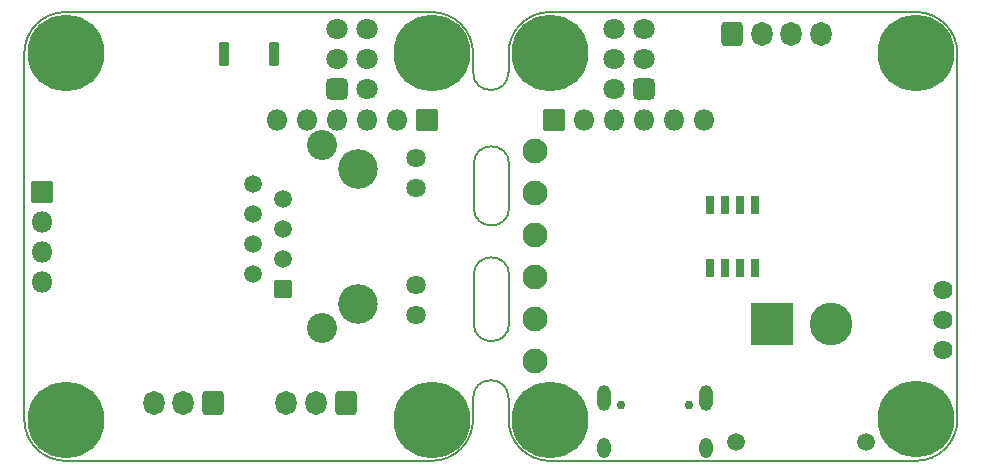
<source format=gbr>
%TF.GenerationSoftware,KiCad,Pcbnew,(6.0.1-0)*%
%TF.CreationDate,2023-01-25T00:15:57+01:00*%
%TF.ProjectId,ethersweep,65746865-7273-4776-9565-702e6b696361,2.0.1*%
%TF.SameCoordinates,Original*%
%TF.FileFunction,Soldermask,Bot*%
%TF.FilePolarity,Negative*%
%FSLAX46Y46*%
G04 Gerber Fmt 4.6, Leading zero omitted, Abs format (unit mm)*
G04 Created by KiCad (PCBNEW (6.0.1-0)) date 2023-01-25 00:15:57*
%MOMM*%
%LPD*%
G01*
G04 APERTURE LIST*
G04 Aperture macros list*
%AMRoundRect*
0 Rectangle with rounded corners*
0 $1 Rounding radius*
0 $2 $3 $4 $5 $6 $7 $8 $9 X,Y pos of 4 corners*
0 Add a 4 corners polygon primitive as box body*
4,1,4,$2,$3,$4,$5,$6,$7,$8,$9,$2,$3,0*
0 Add four circle primitives for the rounded corners*
1,1,$1+$1,$2,$3*
1,1,$1+$1,$4,$5*
1,1,$1+$1,$6,$7*
1,1,$1+$1,$8,$9*
0 Add four rect primitives between the rounded corners*
20,1,$1+$1,$2,$3,$4,$5,0*
20,1,$1+$1,$4,$5,$6,$7,0*
20,1,$1+$1,$6,$7,$8,$9,0*
20,1,$1+$1,$8,$9,$2,$3,0*%
G04 Aperture macros list end*
%TA.AperFunction,Profile*%
%ADD10C,0.150000*%
%TD*%
%ADD11C,3.352000*%
%ADD12RoundRect,0.051000X-0.699000X0.699000X-0.699000X-0.699000X0.699000X-0.699000X0.699000X0.699000X0*%
%ADD13C,1.500000*%
%ADD14C,1.632000*%
%ADD15C,2.547000*%
%ADD16C,0.902000*%
%ADD17C,6.502000*%
%ADD18RoundRect,0.301000X0.600000X0.600000X-0.600000X0.600000X-0.600000X-0.600000X0.600000X-0.600000X0*%
%ADD19C,1.802000*%
%ADD20C,1.626000*%
%ADD21C,1.502000*%
%ADD22RoundRect,0.051000X1.750000X1.750000X-1.750000X1.750000X-1.750000X-1.750000X1.750000X-1.750000X0*%
%ADD23C,3.602000*%
%ADD24RoundRect,0.051000X0.850000X-0.850000X0.850000X0.850000X-0.850000X0.850000X-0.850000X-0.850000X0*%
%ADD25O,1.802000X1.802000*%
%ADD26C,0.752000*%
%ADD27O,1.102000X2.202000*%
%ADD28O,1.102000X1.702000*%
%ADD29RoundRect,0.051000X-0.850000X0.850000X-0.850000X-0.850000X0.850000X-0.850000X0.850000X0.850000X0*%
%ADD30RoundRect,0.301000X0.600000X0.725000X-0.600000X0.725000X-0.600000X-0.725000X0.600000X-0.725000X0*%
%ADD31O,1.802000X2.052000*%
%ADD32RoundRect,0.301000X-0.600000X-0.725000X0.600000X-0.725000X0.600000X0.725000X-0.600000X0.725000X0*%
%ADD33RoundRect,0.301000X-0.600000X-0.600000X0.600000X-0.600000X0.600000X0.600000X-0.600000X0.600000X0*%
%ADD34RoundRect,0.051000X0.850000X0.850000X-0.850000X0.850000X-0.850000X-0.850000X0.850000X-0.850000X0*%
%ADD35RoundRect,0.251000X0.200000X0.800000X-0.200000X0.800000X-0.200000X-0.800000X0.200000X-0.800000X0*%
%ADD36RoundRect,0.051000X-0.300000X-0.700000X0.300000X-0.700000X0.300000X0.700000X-0.300000X0.700000X0*%
%ADD37C,2.102000*%
G04 APERTURE END LIST*
D10*
X187150000Y-39570000D02*
X187150000Y-43270000D01*
X184150000Y-43270000D02*
X184150000Y-39570000D01*
X184150000Y-53070000D02*
X184150000Y-48970000D01*
X187150000Y-48970000D02*
X187150000Y-53070000D01*
X187150000Y-39570000D02*
G75*
G03*
X184150000Y-39570000I-1500000J0D01*
G01*
X184150000Y-43270000D02*
G75*
G03*
X187150000Y-43270000I1500000J0D01*
G01*
X184150000Y-53070000D02*
G75*
G03*
X187150000Y-53070000I1500000J0D01*
G01*
X187150000Y-48970000D02*
G75*
G03*
X184150000Y-48970000I-1500000J0D01*
G01*
X184100000Y-31800000D02*
G75*
G03*
X187100000Y-31800000I1500000J0D01*
G01*
X187100000Y-59370000D02*
G75*
G03*
X184100000Y-59370000I-1500000J0D01*
G01*
X184100000Y-31800000D02*
X184100000Y-30200000D01*
X184100000Y-60700000D02*
X184100000Y-59400000D01*
X180600000Y-26700000D02*
X149600000Y-26700000D01*
X149600000Y-26700000D02*
G75*
G03*
X146100000Y-30200000I-1J-3499999D01*
G01*
X184100000Y-30200000D02*
G75*
G03*
X180600000Y-26700000I-3499999J1D01*
G01*
X180600000Y-64700000D02*
G75*
G03*
X184100000Y-61200000I1J3499999D01*
G01*
X146100000Y-30200000D02*
X146100000Y-61200000D01*
X149600000Y-64700000D02*
X180600000Y-64700000D01*
X146100000Y-61200000D02*
G75*
G03*
X149600000Y-64700000I3499999J-1D01*
G01*
X184100000Y-61200000D02*
X184100000Y-60700000D01*
X225100000Y-61200000D02*
X225100000Y-30200000D01*
X190600000Y-64700000D02*
X221600000Y-64700000D01*
X187100000Y-61200000D02*
G75*
G03*
X190600000Y-64700000I3499999J-1D01*
G01*
X221600000Y-64700000D02*
G75*
G03*
X225100000Y-61200000I1J3499999D01*
G01*
X190600000Y-26700000D02*
G75*
G03*
X187100000Y-30200000I-1J-3499999D01*
G01*
X190600000Y-26700000D02*
X221600000Y-26700000D01*
X187100000Y-30200000D02*
X187100000Y-30700000D01*
X187100000Y-61200000D02*
X187100000Y-59400000D01*
X187100000Y-31800000D02*
X187100000Y-30700000D01*
X225100000Y-30200000D02*
G75*
G03*
X221600000Y-26700000I-3499999J1D01*
G01*
X187150000Y-39570000D02*
X187150000Y-43270000D01*
X184150000Y-43270000D02*
X184150000Y-39570000D01*
X184150000Y-53070000D02*
X184150000Y-48970000D01*
X187150000Y-48970000D02*
X187150000Y-53070000D01*
X187150000Y-39570000D02*
G75*
G03*
X184150000Y-39570000I-1500000J0D01*
G01*
X184150000Y-43270000D02*
G75*
G03*
X187150000Y-43270000I1500000J0D01*
G01*
X184150000Y-53070000D02*
G75*
G03*
X187150000Y-53070000I1500000J0D01*
G01*
X187150000Y-48970000D02*
G75*
G03*
X184150000Y-48970000I-1500000J0D01*
G01*
X184100000Y-31800000D02*
G75*
G03*
X187100000Y-31800000I1500000J0D01*
G01*
X187100000Y-59370000D02*
G75*
G03*
X184100000Y-59370000I-1500000J0D01*
G01*
X184100000Y-31800000D02*
X184100000Y-30200000D01*
X184100000Y-60700000D02*
X184100000Y-59400000D01*
X180600000Y-26700000D02*
X149600000Y-26700000D01*
X149600000Y-26700000D02*
G75*
G03*
X146100000Y-30200000I-1J-3499999D01*
G01*
X184100000Y-30200000D02*
G75*
G03*
X180600000Y-26700000I-3499999J1D01*
G01*
X180600000Y-64700000D02*
G75*
G03*
X184100000Y-61200000I1J3499999D01*
G01*
X146100000Y-30200000D02*
X146100000Y-61200000D01*
X149600000Y-64700000D02*
X180600000Y-64700000D01*
X146100000Y-61200000D02*
G75*
G03*
X149600000Y-64700000I3499999J-1D01*
G01*
X184100000Y-61200000D02*
X184100000Y-60700000D01*
X225100000Y-61200000D02*
X225100000Y-30200000D01*
X190600000Y-64700000D02*
X221600000Y-64700000D01*
X187100000Y-61200000D02*
G75*
G03*
X190600000Y-64700000I3499999J-1D01*
G01*
X221600000Y-64700000D02*
G75*
G03*
X225100000Y-61200000I1J3499999D01*
G01*
X190600000Y-26700000D02*
G75*
G03*
X187100000Y-30200000I-1J-3499999D01*
G01*
X190600000Y-26700000D02*
X221600000Y-26700000D01*
X187100000Y-30200000D02*
X187100000Y-30700000D01*
X187100000Y-61200000D02*
X187100000Y-59400000D01*
X187100000Y-31800000D02*
X187100000Y-30700000D01*
X225100000Y-30200000D02*
G75*
G03*
X221600000Y-26700000I-3499999J1D01*
G01*
D11*
X174350000Y-51415000D03*
X174350000Y-39985000D03*
D12*
X168000000Y-50150000D03*
D13*
X165460000Y-48880000D03*
X168000000Y-47610000D03*
X165460000Y-46340000D03*
X168000000Y-45070000D03*
X165460000Y-43800000D03*
X168000000Y-42530000D03*
X165460000Y-41260000D03*
D14*
X179250000Y-52325000D03*
X179250000Y-49785000D03*
X179250000Y-41615000D03*
X179250000Y-39075000D03*
D15*
X171300000Y-53445000D03*
X171300000Y-37955000D03*
D16*
X182297056Y-31897056D03*
X180600000Y-32600000D03*
X180600000Y-27800000D03*
X178902944Y-28502944D03*
D17*
X180600000Y-30200000D03*
D16*
X178902944Y-31897056D03*
X183000000Y-30200000D03*
X178200000Y-30200000D03*
X182297056Y-28502944D03*
X149600000Y-32600000D03*
X149600000Y-27800000D03*
X147902944Y-28502944D03*
D17*
X149600000Y-30200000D03*
D16*
X151297056Y-31897056D03*
X151297056Y-28502944D03*
X147902944Y-31897056D03*
X152000000Y-30200000D03*
X147200000Y-30200000D03*
X147902944Y-59502944D03*
X151297056Y-62897056D03*
X147200000Y-61200000D03*
X149600000Y-58800000D03*
X151297056Y-59502944D03*
X152000000Y-61200000D03*
X149600000Y-63600000D03*
D17*
X149600000Y-61200000D03*
D16*
X147902944Y-62897056D03*
X182297056Y-59502944D03*
X180600000Y-58800000D03*
X180600000Y-63600000D03*
X178902944Y-62897056D03*
X183000000Y-61200000D03*
D17*
X180600000Y-61200000D03*
D16*
X182297056Y-62897056D03*
X178200000Y-61200000D03*
X178902944Y-59502944D03*
X193000000Y-30200000D03*
D17*
X190600000Y-30200000D03*
D16*
X192297056Y-31897056D03*
X190600000Y-32600000D03*
X188200000Y-30200000D03*
X190600000Y-27800000D03*
X192297056Y-28502944D03*
X188902944Y-28502944D03*
X188902944Y-31897056D03*
X223297056Y-31897056D03*
D17*
X221600000Y-30200000D03*
D16*
X221600000Y-32600000D03*
X219200000Y-30200000D03*
X224000000Y-30200000D03*
X219902944Y-28502944D03*
X221600000Y-27800000D03*
X219902944Y-31897056D03*
X223297056Y-28502944D03*
X188902944Y-62897056D03*
X192297056Y-59502944D03*
D17*
X190600000Y-61200000D03*
D16*
X188902944Y-59502944D03*
X193000000Y-61200000D03*
X190600000Y-63600000D03*
X192297056Y-62897056D03*
X190600000Y-58800000D03*
X188200000Y-61200000D03*
D18*
X198600000Y-33200000D03*
D19*
X196060000Y-33200000D03*
X198600000Y-30660000D03*
X196060000Y-30660000D03*
X198600000Y-28120000D03*
X196060000Y-28120000D03*
D16*
X219200000Y-61175001D03*
X224000000Y-61175001D03*
X219902944Y-59477945D03*
X219902944Y-62872057D03*
D17*
X221600000Y-61175001D03*
D16*
X223297056Y-62872057D03*
X223297056Y-59477945D03*
X221600000Y-58775001D03*
X221600000Y-63575001D03*
D20*
X223850000Y-55315000D03*
X223850000Y-52775000D03*
X223850000Y-50235000D03*
D21*
X217400000Y-63100000D03*
X206400000Y-63100000D03*
D22*
X209400000Y-53100000D03*
D23*
X214400000Y-53100000D03*
D24*
X190993000Y-35819000D03*
D25*
X193533000Y-35819000D03*
X196073000Y-35819000D03*
X198613000Y-35819000D03*
X201153000Y-35819000D03*
X203693000Y-35819000D03*
D26*
X196612000Y-59941000D03*
X202392000Y-59941000D03*
D27*
X203822000Y-59411000D03*
D28*
X195182000Y-63591000D03*
X203822000Y-63591000D03*
D27*
X195182000Y-59411000D03*
D29*
X180198000Y-35819000D03*
D25*
X177658000Y-35819000D03*
X175118000Y-35819000D03*
X172578000Y-35819000D03*
X170038000Y-35819000D03*
X167498000Y-35819000D03*
D30*
X173300000Y-59787500D03*
D31*
X170800000Y-59787500D03*
X168300000Y-59787500D03*
D30*
X162050000Y-59787500D03*
D31*
X159550000Y-59787500D03*
X157050000Y-59787500D03*
D32*
X206050000Y-28602500D03*
D31*
X208550000Y-28602500D03*
X211050000Y-28602500D03*
X213550000Y-28602500D03*
D33*
X172600000Y-33200000D03*
D19*
X175140000Y-33200000D03*
X172600000Y-30660000D03*
X175140000Y-30660000D03*
X172600000Y-28120000D03*
X175140000Y-28120000D03*
D34*
X147600000Y-41900000D03*
D25*
X147600000Y-44440000D03*
X147600000Y-46980000D03*
X147600000Y-49520000D03*
D35*
X167250000Y-30250000D03*
X163050000Y-30250000D03*
D36*
X204195000Y-43000000D03*
X205465000Y-43000000D03*
X206735000Y-43000000D03*
X208005000Y-43000000D03*
X208005000Y-48400000D03*
X206735000Y-48400000D03*
X205465000Y-48400000D03*
X204195000Y-48400000D03*
D37*
X189342000Y-52710000D03*
X189342000Y-42042000D03*
X189342000Y-56266000D03*
X189342000Y-38486000D03*
X189342000Y-49154000D03*
X189342000Y-45598000D03*
M02*

</source>
